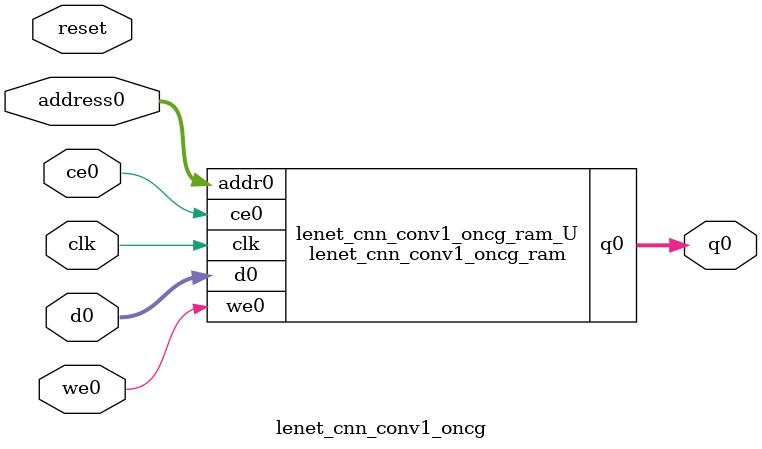
<source format=v>
`timescale 1 ns / 1 ps
module lenet_cnn_conv1_oncg_ram (addr0, ce0, d0, we0, q0,  clk);

parameter DWIDTH = 32;
parameter AWIDTH = 13;
parameter MEM_SIZE = 4704;

input[AWIDTH-1:0] addr0;
input ce0;
input[DWIDTH-1:0] d0;
input we0;
output reg[DWIDTH-1:0] q0;
input clk;

(* ram_style = "block" *)reg [DWIDTH-1:0] ram[0:MEM_SIZE-1];




always @(posedge clk)  
begin 
    if (ce0) 
    begin
        if (we0) 
        begin 
            ram[addr0] <= d0; 
        end 
        q0 <= ram[addr0];
    end
end


endmodule

`timescale 1 ns / 1 ps
module lenet_cnn_conv1_oncg(
    reset,
    clk,
    address0,
    ce0,
    we0,
    d0,
    q0);

parameter DataWidth = 32'd32;
parameter AddressRange = 32'd4704;
parameter AddressWidth = 32'd13;
input reset;
input clk;
input[AddressWidth - 1:0] address0;
input ce0;
input we0;
input[DataWidth - 1:0] d0;
output[DataWidth - 1:0] q0;



lenet_cnn_conv1_oncg_ram lenet_cnn_conv1_oncg_ram_U(
    .clk( clk ),
    .addr0( address0 ),
    .ce0( ce0 ),
    .we0( we0 ),
    .d0( d0 ),
    .q0( q0 ));

endmodule


</source>
